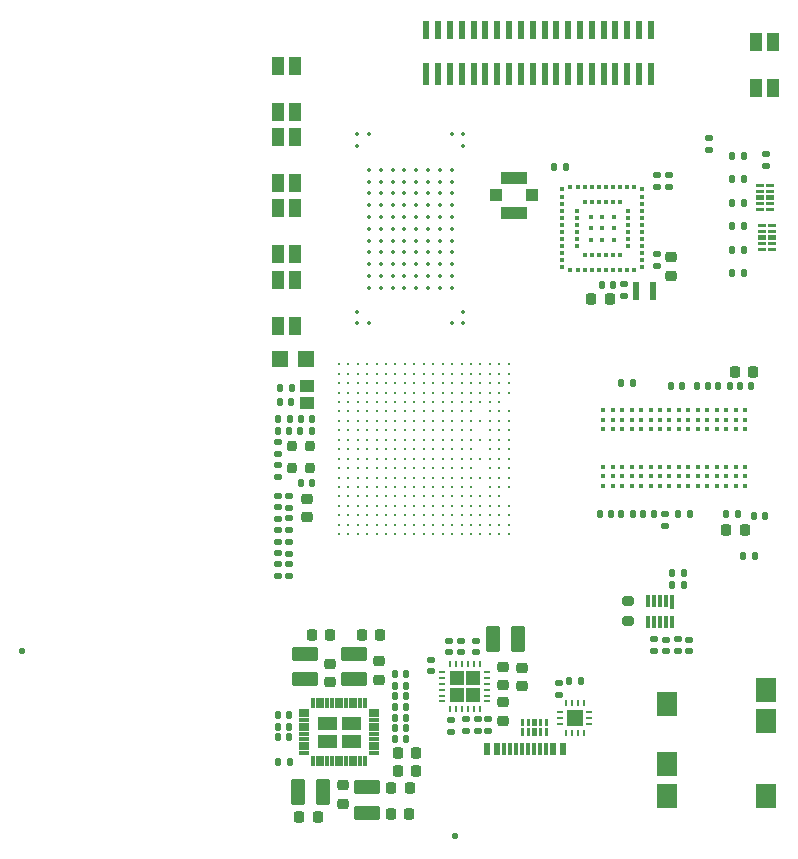
<source format=gbr>
%TF.GenerationSoftware,KiCad,Pcbnew,9.0.1*%
%TF.CreationDate,2025-07-01T18:44:36-06:00*%
%TF.ProjectId,MPU_MOD,4d50555f-4d4f-4442-9e6b-696361645f70,rev?*%
%TF.SameCoordinates,Original*%
%TF.FileFunction,Paste,Top*%
%TF.FilePolarity,Positive*%
%FSLAX46Y46*%
G04 Gerber Fmt 4.6, Leading zero omitted, Abs format (unit mm)*
G04 Created by KiCad (PCBNEW 9.0.1) date 2025-07-01 18:44:36*
%MOMM*%
%LPD*%
G01*
G04 APERTURE LIST*
G04 Aperture macros list*
%AMRoundRect*
0 Rectangle with rounded corners*
0 $1 Rounding radius*
0 $2 $3 $4 $5 $6 $7 $8 $9 X,Y pos of 4 corners*
0 Add a 4 corners polygon primitive as box body*
4,1,4,$2,$3,$4,$5,$6,$7,$8,$9,$2,$3,0*
0 Add four circle primitives for the rounded corners*
1,1,$1+$1,$2,$3*
1,1,$1+$1,$4,$5*
1,1,$1+$1,$6,$7*
1,1,$1+$1,$8,$9*
0 Add four rect primitives between the rounded corners*
20,1,$1+$1,$2,$3,$4,$5,0*
20,1,$1+$1,$4,$5,$6,$7,0*
20,1,$1+$1,$6,$7,$8,$9,0*
20,1,$1+$1,$8,$9,$2,$3,0*%
G04 Aperture macros list end*
%ADD10C,0.010000*%
%ADD11C,0.000000*%
%ADD12RoundRect,0.140000X0.140000X0.170000X-0.140000X0.170000X-0.140000X-0.170000X0.140000X-0.170000X0*%
%ADD13R,1.250000X1.000000*%
%ADD14C,0.320002*%
%ADD15RoundRect,0.140000X0.170000X-0.140000X0.170000X0.140000X-0.170000X0.140000X-0.170000X-0.140000X0*%
%ADD16RoundRect,0.135000X0.135000X0.185000X-0.135000X0.185000X-0.135000X-0.185000X0.135000X-0.185000X0*%
%ADD17R,1.050000X1.650000*%
%ADD18RoundRect,0.225000X0.225000X0.250000X-0.225000X0.250000X-0.225000X-0.250000X0.225000X-0.250000X0*%
%ADD19RoundRect,0.225000X-0.250000X0.225000X-0.250000X-0.225000X0.250000X-0.225000X0.250000X0.225000X0*%
%ADD20R,0.600000X1.100000*%
%ADD21R,0.300000X1.100000*%
%ADD22RoundRect,0.140000X-0.170000X0.140000X-0.170000X-0.140000X0.170000X-0.140000X0.170000X0.140000X0*%
%ADD23RoundRect,0.147500X-0.172500X0.147500X-0.172500X-0.147500X0.172500X-0.147500X0.172500X0.147500X0*%
%ADD24RoundRect,0.135000X-0.135000X-0.185000X0.135000X-0.185000X0.135000X0.185000X-0.135000X0.185000X0*%
%ADD25RoundRect,0.140000X-0.140000X-0.170000X0.140000X-0.170000X0.140000X0.170000X-0.140000X0.170000X0*%
%ADD26RoundRect,0.135000X-0.185000X0.135000X-0.185000X-0.135000X0.185000X-0.135000X0.185000X0.135000X0*%
%ADD27RoundRect,0.125000X-0.125000X-0.125000X0.125000X-0.125000X0.125000X0.125000X-0.125000X0.125000X0*%
%ADD28RoundRect,0.250000X0.850000X-0.375000X0.850000X0.375000X-0.850000X0.375000X-0.850000X-0.375000X0*%
%ADD29R,1.750000X2.000000*%
%ADD30RoundRect,0.028750X0.086250X-0.391250X0.086250X0.391250X-0.086250X0.391250X-0.086250X-0.391250X0*%
%ADD31RoundRect,0.028750X0.391250X-0.086250X0.391250X0.086250X-0.391250X0.086250X-0.391250X-0.086250X0*%
%ADD32R,0.604800X0.178600*%
%ADD33R,0.178600X0.604800*%
%ADD34R,1.447800X1.447800*%
%ADD35RoundRect,0.250000X-0.850000X0.375000X-0.850000X-0.375000X0.850000X-0.375000X0.850000X0.375000X0*%
%ADD36RoundRect,0.225000X-0.225000X-0.250000X0.225000X-0.250000X0.225000X0.250000X-0.225000X0.250000X0*%
%ADD37R,1.000000X1.000000*%
%ADD38R,2.200000X1.050000*%
%ADD39RoundRect,0.225000X0.250000X-0.225000X0.250000X0.225000X-0.250000X0.225000X-0.250000X-0.225000X0*%
%ADD40RoundRect,0.250000X0.375000X0.850000X-0.375000X0.850000X-0.375000X-0.850000X0.375000X-0.850000X0*%
%ADD41R,0.600000X1.850000*%
%ADD42R,0.600000X1.650000*%
%ADD43RoundRect,0.135000X0.185000X-0.135000X0.185000X0.135000X-0.185000X0.135000X-0.185000X-0.135000X0*%
%ADD44R,1.400000X1.400000*%
%ADD45RoundRect,0.125000X-0.125000X0.125000X-0.125000X-0.125000X0.125000X-0.125000X0.125000X0.125000X0*%
%ADD46RoundRect,0.250000X-0.375000X-0.850000X0.375000X-0.850000X0.375000X0.850000X-0.375000X0.850000X0*%
%ADD47RoundRect,0.137500X0.137500X0.662500X-0.137500X0.662500X-0.137500X-0.662500X0.137500X-0.662500X0*%
%ADD48R,0.450000X0.300000*%
%ADD49R,0.300000X0.450000*%
%ADD50RoundRect,0.218750X0.256250X-0.218750X0.256250X0.218750X-0.256250X0.218750X-0.256250X-0.218750X0*%
%ADD51RoundRect,0.200000X-0.200000X-0.250000X0.200000X-0.250000X0.200000X0.250000X-0.200000X0.250000X0*%
%ADD52RoundRect,0.147500X0.172500X-0.147500X0.172500X0.147500X-0.172500X0.147500X-0.172500X-0.147500X0*%
%ADD53C,0.420000*%
%ADD54RoundRect,0.200000X0.275000X-0.200000X0.275000X0.200000X-0.275000X0.200000X-0.275000X-0.200000X0*%
%ADD55RoundRect,0.009100X-0.120900X0.570900X-0.120900X-0.570900X0.120900X-0.570900X0.120900X0.570900X0*%
%ADD56RoundRect,0.009100X-0.120900X0.495900X-0.120900X-0.495900X0.120900X-0.495900X0.120900X0.495900X0*%
%ADD57O,0.599999X0.240000*%
%ADD58O,0.240000X0.599999*%
%ADD59C,0.355600*%
G04 APERTURE END LIST*
D10*
%TO.C,U203*%
X74250000Y-92560000D02*
X72720000Y-92560000D01*
X72720000Y-91530000D01*
X74250000Y-91530000D01*
X74250000Y-92560000D01*
G36*
X74250000Y-92560000D02*
G01*
X72720000Y-92560000D01*
X72720000Y-91530000D01*
X74250000Y-91530000D01*
X74250000Y-92560000D01*
G37*
X74250000Y-94070000D02*
X72720000Y-94070000D01*
X72720000Y-93040000D01*
X74250000Y-93040000D01*
X74250000Y-94070000D01*
G36*
X74250000Y-94070000D02*
G01*
X72720000Y-94070000D01*
X72720000Y-93040000D01*
X74250000Y-93040000D01*
X74250000Y-94070000D01*
G37*
X76260000Y-92560000D02*
X74730000Y-92560000D01*
X74730000Y-91530000D01*
X76260000Y-91530000D01*
X76260000Y-92560000D01*
G36*
X76260000Y-92560000D02*
G01*
X74730000Y-92560000D01*
X74730000Y-91530000D01*
X76260000Y-91530000D01*
X76260000Y-92560000D01*
G37*
X76260000Y-94070000D02*
X74730000Y-94070000D01*
X74730000Y-93040000D01*
X76260000Y-93040000D01*
X76260000Y-94070000D01*
G36*
X76260000Y-94070000D02*
G01*
X74730000Y-94070000D01*
X74730000Y-93040000D01*
X76260000Y-93040000D01*
X76260000Y-94070000D01*
G37*
%TO.C,U502*%
X110380000Y-46618900D02*
X109820000Y-46618900D01*
X109820000Y-46432900D01*
X110380000Y-46432900D01*
X110380000Y-46618900D01*
G36*
X110380000Y-46618900D02*
G01*
X109820000Y-46618900D01*
X109820000Y-46432900D01*
X110380000Y-46432900D01*
X110380000Y-46618900D01*
G37*
X110380000Y-47118900D02*
X109820000Y-47118900D01*
X109820000Y-46932900D01*
X110380000Y-46932900D01*
X110380000Y-47118900D01*
G36*
X110380000Y-47118900D02*
G01*
X109820000Y-47118900D01*
X109820000Y-46932900D01*
X110380000Y-46932900D01*
X110380000Y-47118900D01*
G37*
X110380000Y-47712900D02*
X109820000Y-47712900D01*
X109820000Y-47338900D01*
X110380000Y-47338900D01*
X110380000Y-47712900D01*
G36*
X110380000Y-47712900D02*
G01*
X109820000Y-47712900D01*
X109820000Y-47338900D01*
X110380000Y-47338900D01*
X110380000Y-47712900D01*
G37*
X110380000Y-48118900D02*
X109820000Y-48118900D01*
X109820000Y-47932900D01*
X110380000Y-47932900D01*
X110380000Y-48118900D01*
G36*
X110380000Y-48118900D02*
G01*
X109820000Y-48118900D01*
X109820000Y-47932900D01*
X110380000Y-47932900D01*
X110380000Y-48118900D01*
G37*
X110380000Y-48618900D02*
X109820000Y-48618900D01*
X109820000Y-48432900D01*
X110380000Y-48432900D01*
X110380000Y-48618900D01*
G36*
X110380000Y-48618900D02*
G01*
X109820000Y-48618900D01*
X109820000Y-48432900D01*
X110380000Y-48432900D01*
X110380000Y-48618900D01*
G37*
X111200000Y-46618900D02*
X110640000Y-46618900D01*
X110640000Y-46432900D01*
X111200000Y-46432900D01*
X111200000Y-46618900D01*
G36*
X111200000Y-46618900D02*
G01*
X110640000Y-46618900D01*
X110640000Y-46432900D01*
X111200000Y-46432900D01*
X111200000Y-46618900D01*
G37*
X111200000Y-47118900D02*
X110640000Y-47118900D01*
X110640000Y-46932900D01*
X111200000Y-46932900D01*
X111200000Y-47118900D01*
G36*
X111200000Y-47118900D02*
G01*
X110640000Y-47118900D01*
X110640000Y-46932900D01*
X111200000Y-46932900D01*
X111200000Y-47118900D01*
G37*
X111200000Y-47712900D02*
X110640000Y-47712900D01*
X110640000Y-47338900D01*
X111200000Y-47338900D01*
X111200000Y-47712900D01*
G36*
X111200000Y-47712900D02*
G01*
X110640000Y-47712900D01*
X110640000Y-47338900D01*
X111200000Y-47338900D01*
X111200000Y-47712900D01*
G37*
X111200000Y-48118900D02*
X110640000Y-48118900D01*
X110640000Y-47932900D01*
X111200000Y-47932900D01*
X111200000Y-48118900D01*
G36*
X111200000Y-48118900D02*
G01*
X110640000Y-48118900D01*
X110640000Y-47932900D01*
X111200000Y-47932900D01*
X111200000Y-48118900D01*
G37*
X111200000Y-48618900D02*
X110640000Y-48618900D01*
X110640000Y-48432900D01*
X111200000Y-48432900D01*
X111200000Y-48618900D01*
G36*
X111200000Y-48618900D02*
G01*
X110640000Y-48618900D01*
X110640000Y-48432900D01*
X111200000Y-48432900D01*
X111200000Y-48618900D01*
G37*
%TO.C,U503*%
X110563415Y-50018900D02*
X110003415Y-50018900D01*
X110003415Y-49832900D01*
X110563415Y-49832900D01*
X110563415Y-50018900D01*
G36*
X110563415Y-50018900D02*
G01*
X110003415Y-50018900D01*
X110003415Y-49832900D01*
X110563415Y-49832900D01*
X110563415Y-50018900D01*
G37*
X110563415Y-50518900D02*
X110003415Y-50518900D01*
X110003415Y-50332900D01*
X110563415Y-50332900D01*
X110563415Y-50518900D01*
G36*
X110563415Y-50518900D02*
G01*
X110003415Y-50518900D01*
X110003415Y-50332900D01*
X110563415Y-50332900D01*
X110563415Y-50518900D01*
G37*
X110563415Y-51112900D02*
X110003415Y-51112900D01*
X110003415Y-50738900D01*
X110563415Y-50738900D01*
X110563415Y-51112900D01*
G36*
X110563415Y-51112900D02*
G01*
X110003415Y-51112900D01*
X110003415Y-50738900D01*
X110563415Y-50738900D01*
X110563415Y-51112900D01*
G37*
X110563415Y-51518900D02*
X110003415Y-51518900D01*
X110003415Y-51332900D01*
X110563415Y-51332900D01*
X110563415Y-51518900D01*
G36*
X110563415Y-51518900D02*
G01*
X110003415Y-51518900D01*
X110003415Y-51332900D01*
X110563415Y-51332900D01*
X110563415Y-51518900D01*
G37*
X110563415Y-52018900D02*
X110003415Y-52018900D01*
X110003415Y-51832900D01*
X110563415Y-51832900D01*
X110563415Y-52018900D01*
G36*
X110563415Y-52018900D02*
G01*
X110003415Y-52018900D01*
X110003415Y-51832900D01*
X110563415Y-51832900D01*
X110563415Y-52018900D01*
G37*
X111383415Y-50018900D02*
X110823415Y-50018900D01*
X110823415Y-49832900D01*
X111383415Y-49832900D01*
X111383415Y-50018900D01*
G36*
X111383415Y-50018900D02*
G01*
X110823415Y-50018900D01*
X110823415Y-49832900D01*
X111383415Y-49832900D01*
X111383415Y-50018900D01*
G37*
X111383415Y-50518900D02*
X110823415Y-50518900D01*
X110823415Y-50332900D01*
X111383415Y-50332900D01*
X111383415Y-50518900D01*
G36*
X111383415Y-50518900D02*
G01*
X110823415Y-50518900D01*
X110823415Y-50332900D01*
X111383415Y-50332900D01*
X111383415Y-50518900D01*
G37*
X111383415Y-51112900D02*
X110823415Y-51112900D01*
X110823415Y-50738900D01*
X111383415Y-50738900D01*
X111383415Y-51112900D01*
G36*
X111383415Y-51112900D02*
G01*
X110823415Y-51112900D01*
X110823415Y-50738900D01*
X111383415Y-50738900D01*
X111383415Y-51112900D01*
G37*
X111383415Y-51518900D02*
X110823415Y-51518900D01*
X110823415Y-51332900D01*
X111383415Y-51332900D01*
X111383415Y-51518900D01*
G36*
X111383415Y-51518900D02*
G01*
X110823415Y-51518900D01*
X110823415Y-51332900D01*
X111383415Y-51332900D01*
X111383415Y-51518900D01*
G37*
X111383415Y-52018900D02*
X110823415Y-52018900D01*
X110823415Y-51832900D01*
X111383415Y-51832900D01*
X111383415Y-52018900D01*
G36*
X111383415Y-52018900D02*
G01*
X110823415Y-52018900D01*
X110823415Y-51832900D01*
X111383415Y-51832900D01*
X111383415Y-52018900D01*
G37*
%TO.C,U802*%
X90093000Y-92247500D02*
X89907000Y-92247500D01*
X89907000Y-91687500D01*
X90093000Y-91687500D01*
X90093000Y-92247500D01*
G36*
X90093000Y-92247500D02*
G01*
X89907000Y-92247500D01*
X89907000Y-91687500D01*
X90093000Y-91687500D01*
X90093000Y-92247500D01*
G37*
X90093000Y-93067500D02*
X89907000Y-93067500D01*
X89907000Y-92507500D01*
X90093000Y-92507500D01*
X90093000Y-93067500D01*
G36*
X90093000Y-93067500D02*
G01*
X89907000Y-93067500D01*
X89907000Y-92507500D01*
X90093000Y-92507500D01*
X90093000Y-93067500D01*
G37*
X90593000Y-92247500D02*
X90407000Y-92247500D01*
X90407000Y-91687500D01*
X90593000Y-91687500D01*
X90593000Y-92247500D01*
G36*
X90593000Y-92247500D02*
G01*
X90407000Y-92247500D01*
X90407000Y-91687500D01*
X90593000Y-91687500D01*
X90593000Y-92247500D01*
G37*
X90593000Y-93067500D02*
X90407000Y-93067500D01*
X90407000Y-92507500D01*
X90593000Y-92507500D01*
X90593000Y-93067500D01*
G36*
X90593000Y-93067500D02*
G01*
X90407000Y-93067500D01*
X90407000Y-92507500D01*
X90593000Y-92507500D01*
X90593000Y-93067500D01*
G37*
X91187000Y-92247500D02*
X90813000Y-92247500D01*
X90813000Y-91687500D01*
X91187000Y-91687500D01*
X91187000Y-92247500D01*
G36*
X91187000Y-92247500D02*
G01*
X90813000Y-92247500D01*
X90813000Y-91687500D01*
X91187000Y-91687500D01*
X91187000Y-92247500D01*
G37*
X91187000Y-93067500D02*
X90813000Y-93067500D01*
X90813000Y-92507500D01*
X91187000Y-92507500D01*
X91187000Y-93067500D01*
G36*
X91187000Y-93067500D02*
G01*
X90813000Y-93067500D01*
X90813000Y-92507500D01*
X91187000Y-92507500D01*
X91187000Y-93067500D01*
G37*
X91593000Y-92247500D02*
X91407000Y-92247500D01*
X91407000Y-91687500D01*
X91593000Y-91687500D01*
X91593000Y-92247500D01*
G36*
X91593000Y-92247500D02*
G01*
X91407000Y-92247500D01*
X91407000Y-91687500D01*
X91593000Y-91687500D01*
X91593000Y-92247500D01*
G37*
X91593000Y-93067500D02*
X91407000Y-93067500D01*
X91407000Y-92507500D01*
X91593000Y-92507500D01*
X91593000Y-93067500D01*
G36*
X91593000Y-93067500D02*
G01*
X91407000Y-93067500D01*
X91407000Y-92507500D01*
X91593000Y-92507500D01*
X91593000Y-93067500D01*
G37*
X92093000Y-92247500D02*
X91907000Y-92247500D01*
X91907000Y-91687500D01*
X92093000Y-91687500D01*
X92093000Y-92247500D01*
G36*
X92093000Y-92247500D02*
G01*
X91907000Y-92247500D01*
X91907000Y-91687500D01*
X92093000Y-91687500D01*
X92093000Y-92247500D01*
G37*
X92093000Y-93067500D02*
X91907000Y-93067500D01*
X91907000Y-92507500D01*
X92093000Y-92507500D01*
X92093000Y-93067500D01*
G36*
X92093000Y-93067500D02*
G01*
X91907000Y-93067500D01*
X91907000Y-92507500D01*
X92093000Y-92507500D01*
X92093000Y-93067500D01*
G37*
D11*
%TO.C,U3*%
G36*
X85045903Y-88880700D02*
G01*
X83857902Y-88880700D01*
X83857902Y-87692699D01*
X85045903Y-87692699D01*
X85045903Y-88880700D01*
G37*
G36*
X85045903Y-90268698D02*
G01*
X83857902Y-90268698D01*
X83857902Y-89080697D01*
X85045903Y-89080697D01*
X85045903Y-90268698D01*
G37*
G36*
X86433901Y-88880700D02*
G01*
X85245900Y-88880700D01*
X85245900Y-87692699D01*
X86433901Y-87692699D01*
X86433901Y-88880700D01*
G37*
G36*
X86433901Y-90268698D02*
G01*
X85245900Y-90268698D01*
X85245900Y-89080697D01*
X86433901Y-89080697D01*
X86433901Y-90268698D01*
G37*
%TD*%
D12*
%TO.C,C216*%
X80205000Y-88900000D03*
X79245000Y-88900000D03*
%TD*%
D13*
%TO.C,Y601*%
X71800000Y-63500000D03*
X71800000Y-65000000D03*
%TD*%
D14*
%TO.C,U301*%
X74473415Y-61677400D03*
X75273415Y-61677400D03*
X76073415Y-61677400D03*
X76873415Y-61677400D03*
X77673415Y-61677400D03*
X78473415Y-61677400D03*
X79273415Y-61677400D03*
X80073415Y-61677400D03*
X80873415Y-61677400D03*
X81673415Y-61677400D03*
X82473415Y-61677400D03*
X83273415Y-61677400D03*
X84073415Y-61677400D03*
X84873415Y-61677400D03*
X85673415Y-61677400D03*
X86473415Y-61677400D03*
X87273415Y-61677400D03*
X88073415Y-61677400D03*
X88873415Y-61677400D03*
X74473415Y-62477400D03*
X75273415Y-62477400D03*
X76073415Y-62477400D03*
X76873415Y-62477400D03*
X77673415Y-62477400D03*
X78473415Y-62477400D03*
X79273415Y-62477400D03*
X80073415Y-62477400D03*
X80873415Y-62477400D03*
X81673415Y-62477400D03*
X82473415Y-62477400D03*
X83273415Y-62477400D03*
X84073415Y-62477400D03*
X84873415Y-62477400D03*
X85673415Y-62477400D03*
X86473415Y-62477400D03*
X87273415Y-62477400D03*
X88073415Y-62477400D03*
X88873415Y-62477400D03*
X74473415Y-63277400D03*
X75273415Y-63277400D03*
X76073415Y-63277400D03*
X76873415Y-63277400D03*
X77673415Y-63277400D03*
X78473415Y-63277400D03*
X79273415Y-63277400D03*
X80073415Y-63277400D03*
X80873415Y-63277400D03*
X81673415Y-63277400D03*
X82473415Y-63277400D03*
X83273415Y-63277400D03*
X84073415Y-63277400D03*
X84873415Y-63277400D03*
X85673415Y-63277400D03*
X86473415Y-63277400D03*
X87273415Y-63277400D03*
X88073415Y-63277400D03*
X88873415Y-63277400D03*
X74473415Y-64077400D03*
X75273415Y-64077400D03*
X76073415Y-64077400D03*
X76873415Y-64077400D03*
X77673415Y-64077400D03*
X78473415Y-64077400D03*
X79273415Y-64077400D03*
X80073415Y-64077400D03*
X80873415Y-64077400D03*
X81673415Y-64077400D03*
X82473415Y-64077400D03*
X83273415Y-64077400D03*
X84073415Y-64077400D03*
X84873415Y-64077400D03*
X85673415Y-64077400D03*
X86473415Y-64077400D03*
X87273415Y-64077400D03*
X88073415Y-64077400D03*
X88873415Y-64077400D03*
X74473415Y-64877400D03*
X75273415Y-64877400D03*
X76073415Y-64877400D03*
X76873415Y-64877400D03*
X77673415Y-64877400D03*
X78473415Y-64877400D03*
X79273415Y-64877400D03*
X80073415Y-64877400D03*
X80873415Y-64877400D03*
X81673415Y-64877400D03*
X82473415Y-64877400D03*
X83273415Y-64877400D03*
X84073415Y-64877400D03*
X84873415Y-64877400D03*
X85673415Y-64877400D03*
X86473415Y-64877400D03*
X87273415Y-64877400D03*
X88073415Y-64877400D03*
X74473415Y-65677400D03*
X75273415Y-65677400D03*
X76073415Y-65677400D03*
X76873415Y-65677400D03*
X77673415Y-65677400D03*
X78473415Y-65677400D03*
X79273415Y-65677400D03*
X80073415Y-65677400D03*
X80873415Y-65677400D03*
X81673415Y-65677400D03*
X82473415Y-65677400D03*
X83273415Y-65677400D03*
X84073415Y-65677400D03*
X84873415Y-65677400D03*
X85673415Y-65677400D03*
X87273415Y-65677400D03*
X88073415Y-65677400D03*
X88873415Y-65677400D03*
X74473415Y-66477400D03*
X75273415Y-66477400D03*
X76073415Y-66477400D03*
X76873415Y-66477400D03*
X77673415Y-66477400D03*
X78473415Y-66477400D03*
X79273415Y-66477400D03*
X80073415Y-66477400D03*
X80873415Y-66477400D03*
X81673415Y-66477400D03*
X82473415Y-66477400D03*
X83273415Y-66477400D03*
X84073415Y-66477400D03*
X84873415Y-66477400D03*
X85673415Y-66477400D03*
X86473415Y-66477400D03*
X87273415Y-66477400D03*
X88073415Y-66477400D03*
X88873415Y-66477400D03*
X74473415Y-67277400D03*
X75273415Y-67277400D03*
X76073415Y-67277400D03*
X76873415Y-67277400D03*
X77673415Y-67277400D03*
X78473415Y-67277400D03*
X79273415Y-67277400D03*
X80073415Y-67277400D03*
X80873415Y-67277400D03*
X81673415Y-67277400D03*
X82473415Y-67277400D03*
X83273415Y-67277400D03*
X84073415Y-67277400D03*
X84873415Y-67277400D03*
X85673415Y-67277400D03*
X87273415Y-67277400D03*
X88073415Y-67277400D03*
X88873415Y-67277400D03*
X74473415Y-68077400D03*
X75273415Y-68077400D03*
X76073415Y-68077400D03*
X76873415Y-68077400D03*
X77673415Y-68077400D03*
X78473415Y-68077400D03*
X79273415Y-68077400D03*
X80073415Y-68077400D03*
X80873415Y-68077400D03*
X81673415Y-68077400D03*
X82473415Y-68077400D03*
X83273415Y-68077400D03*
X84073415Y-68077400D03*
X84873415Y-68077400D03*
X85673415Y-68077400D03*
X86473415Y-68077400D03*
X87273415Y-68077400D03*
X88073415Y-68077400D03*
X88873415Y-68077400D03*
X74473415Y-68877400D03*
X75273415Y-68877400D03*
X76073415Y-68877400D03*
X76873415Y-68877400D03*
X77673415Y-68877400D03*
X78473415Y-68877400D03*
X79273415Y-68877400D03*
X80073415Y-68877400D03*
X80873415Y-68877400D03*
X81673415Y-68877400D03*
X82473415Y-68877400D03*
X83273415Y-68877400D03*
X84073415Y-68877400D03*
X84873415Y-68877400D03*
X85673415Y-68877400D03*
X87273415Y-68877400D03*
X88073415Y-68877400D03*
X88873415Y-68877400D03*
X74473415Y-69677400D03*
X75273415Y-69677400D03*
X76073415Y-69677400D03*
X76873415Y-69677400D03*
X77673415Y-69677400D03*
X78473415Y-69677400D03*
X79273415Y-69677400D03*
X80073415Y-69677400D03*
X80873415Y-69677400D03*
X81673415Y-69677400D03*
X82473415Y-69677400D03*
X83273415Y-69677400D03*
X84073415Y-69677400D03*
X84873415Y-69677400D03*
X85673415Y-69677400D03*
X86473415Y-69677400D03*
X87273415Y-69677400D03*
X88073415Y-69677400D03*
X88873415Y-69677400D03*
X74473415Y-70477400D03*
X75273415Y-70477400D03*
X76073415Y-70477400D03*
X76873415Y-70477400D03*
X77673415Y-70477400D03*
X78473415Y-70477400D03*
X79273415Y-70477400D03*
X80073415Y-70477400D03*
X80873415Y-70477400D03*
X81673415Y-70477400D03*
X82473415Y-70477400D03*
X83273415Y-70477400D03*
X84073415Y-70477400D03*
X84873415Y-70477400D03*
X85673415Y-70477400D03*
X87273415Y-70477400D03*
X88073415Y-70477400D03*
X88873415Y-70477400D03*
X74473415Y-71277400D03*
X75273415Y-71277400D03*
X76073415Y-71277400D03*
X76873415Y-71277400D03*
X77673415Y-71277400D03*
X78473415Y-71277400D03*
X79273415Y-71277400D03*
X80073415Y-71277400D03*
X80873415Y-71277400D03*
X81673415Y-71277400D03*
X82473415Y-71277400D03*
X83273415Y-71277400D03*
X84073415Y-71277400D03*
X84873415Y-71277400D03*
X85673415Y-71277400D03*
X86473415Y-71277400D03*
X87273415Y-71277400D03*
X88073415Y-71277400D03*
X88873415Y-71277400D03*
X74473415Y-72077400D03*
X75273415Y-72077400D03*
X76073415Y-72077400D03*
X76873415Y-72077400D03*
X77673415Y-72077400D03*
X78473415Y-72077400D03*
X79273415Y-72077400D03*
X80073415Y-72077400D03*
X80873415Y-72077400D03*
X81673415Y-72077400D03*
X82473415Y-72077400D03*
X83273415Y-72077400D03*
X84073415Y-72077400D03*
X84873415Y-72077400D03*
X85673415Y-72077400D03*
X87273415Y-72077400D03*
X88073415Y-72077400D03*
X88873415Y-72077400D03*
X74473415Y-72877400D03*
X75273415Y-72877400D03*
X76073415Y-72877400D03*
X76873415Y-72877400D03*
X77673415Y-72877400D03*
X78473415Y-72877400D03*
X79273415Y-72877400D03*
X80073415Y-72877400D03*
X80873415Y-72877400D03*
X81673415Y-72877400D03*
X82473415Y-72877400D03*
X83273415Y-72877400D03*
X84073415Y-72877400D03*
X84873415Y-72877400D03*
X85673415Y-72877400D03*
X86473415Y-72877400D03*
X87273415Y-72877400D03*
X88073415Y-72877400D03*
X74473415Y-73677400D03*
X75273415Y-73677400D03*
X76073415Y-73677400D03*
X76873415Y-73677400D03*
X77673415Y-73677400D03*
X78473415Y-73677400D03*
X79273415Y-73677400D03*
X80073415Y-73677400D03*
X80873415Y-73677400D03*
X81673415Y-73677400D03*
X82473415Y-73677400D03*
X83273415Y-73677400D03*
X84073415Y-73677400D03*
X84873415Y-73677400D03*
X85673415Y-73677400D03*
X86473415Y-73677400D03*
X87273415Y-73677400D03*
X88073415Y-73677400D03*
X88873415Y-73677400D03*
X74473415Y-74477400D03*
X75273415Y-74477400D03*
X76073415Y-74477400D03*
X76873415Y-74477400D03*
X77673415Y-74477400D03*
X78473415Y-74477400D03*
X79273415Y-74477400D03*
X80073415Y-74477400D03*
X80873415Y-74477400D03*
X81673415Y-74477400D03*
X82473415Y-74477400D03*
X83273415Y-74477400D03*
X84073415Y-74477400D03*
X84873415Y-74477400D03*
X85673415Y-74477400D03*
X86473415Y-74477400D03*
X87273415Y-74477400D03*
X88073415Y-74477400D03*
X88873415Y-74477400D03*
X74473415Y-75277400D03*
X75273415Y-75277400D03*
X76073415Y-75277400D03*
X76873415Y-75277400D03*
X77673415Y-75277400D03*
X78473415Y-75277400D03*
X79273415Y-75277400D03*
X80073415Y-75277400D03*
X80873415Y-75277400D03*
X81673415Y-75277400D03*
X82473415Y-75277400D03*
X83273415Y-75277400D03*
X84073415Y-75277400D03*
X84873415Y-75277400D03*
X85673415Y-75277400D03*
X86473415Y-75277400D03*
X87273415Y-75277400D03*
X88073415Y-75277400D03*
X88873415Y-75277400D03*
X74473415Y-76077400D03*
X75273415Y-76077400D03*
X76073415Y-76077400D03*
X76873415Y-76077400D03*
X77673415Y-76077400D03*
X78473415Y-76077400D03*
X79273415Y-76077400D03*
X80073415Y-76077400D03*
X80873415Y-76077400D03*
X81673415Y-76077400D03*
X82473415Y-76077400D03*
X83273415Y-76077400D03*
X84073415Y-76077400D03*
X84873415Y-76077400D03*
X85673415Y-76077400D03*
X86473415Y-76077400D03*
X87273415Y-76077400D03*
X88073415Y-76077400D03*
X88873415Y-76077400D03*
%TD*%
D15*
%TO.C,C901*%
X98617500Y-55885000D03*
X98617500Y-54925000D03*
%TD*%
D16*
%TO.C,R215*%
X70310000Y-95325000D03*
X69290000Y-95325000D03*
%TD*%
D17*
%TO.C,S601*%
X70750000Y-54562500D03*
X70750000Y-58412500D03*
X69300000Y-54562500D03*
X69300000Y-58412500D03*
%TD*%
D18*
%TO.C,C228*%
X80450000Y-99750000D03*
X78900000Y-99750000D03*
%TD*%
%TO.C,C227*%
X72700000Y-100000000D03*
X71150000Y-100000000D03*
%TD*%
D19*
%TO.C,C213*%
X73700000Y-87025000D03*
X73700000Y-88575000D03*
%TD*%
D20*
%TO.C,J3*%
X87050000Y-94250000D03*
X87850000Y-94250000D03*
D21*
X89000000Y-94250000D03*
X90000000Y-94250000D03*
X90500000Y-94250000D03*
X91500000Y-94250000D03*
D20*
X93450000Y-94250000D03*
X92650000Y-94250000D03*
D21*
X92000000Y-94250000D03*
X91000000Y-94250000D03*
X89500000Y-94250000D03*
X88500000Y-94250000D03*
%TD*%
D22*
%TO.C,C235*%
X84795900Y-85080700D03*
X84795900Y-86040700D03*
%TD*%
D23*
%TO.C,D1*%
X69300000Y-76700000D03*
X69300000Y-77670000D03*
%TD*%
D19*
%TO.C,C233*%
X90030900Y-87373200D03*
X90030900Y-88923200D03*
%TD*%
D18*
%TO.C,C215*%
X81025000Y-96100000D03*
X79475000Y-96100000D03*
%TD*%
D12*
%TO.C,C430*%
X108253415Y-74377400D03*
X107293415Y-74377400D03*
%TD*%
D24*
%TO.C,R711*%
X69300000Y-66300000D03*
X70320000Y-66300000D03*
%TD*%
D25*
%TO.C,C226*%
X69310000Y-93272500D03*
X70270000Y-93272500D03*
%TD*%
D12*
%TO.C,C219*%
X80205000Y-93400000D03*
X79245000Y-93400000D03*
%TD*%
D25*
%TO.C,C703*%
X69340000Y-67300000D03*
X70300000Y-67300000D03*
%TD*%
%TO.C,C704*%
X71240000Y-66300000D03*
X72200000Y-66300000D03*
%TD*%
D26*
%TO.C,R402*%
X102073415Y-74367400D03*
X102073415Y-75387400D03*
%TD*%
D25*
%TO.C,C423*%
X108440000Y-63550000D03*
X109400000Y-63550000D03*
%TD*%
D12*
%TO.C,C224*%
X80205000Y-90700000D03*
X79245000Y-90700000D03*
%TD*%
D27*
%TO.C,TP802*%
X84300000Y-101587500D03*
%TD*%
D25*
%TO.C,C424*%
X98393415Y-74377400D03*
X99353415Y-74377400D03*
%TD*%
D24*
%TO.C,R518*%
X107800000Y-51970000D03*
X108820000Y-51970000D03*
%TD*%
D22*
%TO.C,C204*%
X104160000Y-84990000D03*
X104160000Y-85950000D03*
%TD*%
D26*
%TO.C,R219*%
X83945900Y-91760700D03*
X83945900Y-92780700D03*
%TD*%
D17*
%TO.C,S605*%
X70750000Y-36462500D03*
X70750000Y-40312500D03*
X69300000Y-36462500D03*
X69300000Y-40312500D03*
%TD*%
D23*
%TO.C,D602*%
X69300000Y-74760000D03*
X69300000Y-75730000D03*
%TD*%
D28*
%TO.C,L204*%
X71625000Y-88350000D03*
X71625000Y-86200000D03*
%TD*%
D25*
%TO.C,C421*%
X106620000Y-63550000D03*
X107580000Y-63550000D03*
%TD*%
D29*
%TO.C,J1*%
X102300000Y-98250000D03*
X110650000Y-91900000D03*
X102300000Y-95500000D03*
X110650000Y-98250000D03*
X110650000Y-89300000D03*
X102300000Y-90450000D03*
%TD*%
D15*
%TO.C,C904*%
X101417500Y-53345000D03*
X101417500Y-52385000D03*
%TD*%
D12*
%TO.C,C515*%
X94960000Y-88500000D03*
X94000000Y-88500000D03*
%TD*%
D17*
%TO.C,S603*%
X70750000Y-48462500D03*
X70750000Y-52312500D03*
X69300000Y-48462500D03*
X69300000Y-52312500D03*
%TD*%
D25*
%TO.C,C601*%
X69500000Y-64900000D03*
X70460000Y-64900000D03*
%TD*%
D22*
%TO.C,C238*%
X83825900Y-85080700D03*
X83825900Y-86040700D03*
%TD*%
D30*
%TO.C,U203*%
X72290000Y-95235000D03*
X72690000Y-95235000D03*
X73090000Y-95235000D03*
X73490000Y-95235000D03*
X73890000Y-95235000D03*
X74290000Y-95235000D03*
X74690000Y-95235000D03*
X75090000Y-95235000D03*
X75490000Y-95235000D03*
X75890000Y-95235000D03*
X76290000Y-95235000D03*
X76690000Y-95235000D03*
D31*
X77425000Y-94600000D03*
X77425000Y-94200000D03*
X77425000Y-93800000D03*
X77425000Y-93400000D03*
X77425000Y-93000000D03*
X77425000Y-92600000D03*
X77425000Y-92200000D03*
X77425000Y-91800000D03*
X77425000Y-91400000D03*
X77425000Y-91000000D03*
D30*
X76690000Y-90365000D03*
X76290000Y-90365000D03*
X75890000Y-90365000D03*
X75490000Y-90365000D03*
X75090000Y-90365000D03*
X74690000Y-90365000D03*
X74290000Y-90365000D03*
X73890000Y-90365000D03*
X73490000Y-90365000D03*
X73090000Y-90365000D03*
X72690000Y-90365000D03*
X72290000Y-90365000D03*
D31*
X71555000Y-91000000D03*
X71555000Y-91400000D03*
X71555000Y-91800000D03*
X71555000Y-92200000D03*
X71555000Y-92600000D03*
X71555000Y-93000000D03*
X71555000Y-93400000D03*
X71555000Y-93800000D03*
X71555000Y-94200000D03*
X71555000Y-94600000D03*
%TD*%
D15*
%TO.C,C508*%
X105790000Y-43510000D03*
X105790000Y-42550000D03*
%TD*%
D25*
%TO.C,C218*%
X69310000Y-91372500D03*
X70270000Y-91372500D03*
%TD*%
D15*
%TO.C,C232*%
X86085900Y-86040700D03*
X86085900Y-85080700D03*
%TD*%
D32*
%TO.C,U801*%
X95704200Y-92153300D03*
X95704200Y-91645300D03*
X95704200Y-91137300D03*
D33*
X95224000Y-90403100D03*
X94716000Y-90403100D03*
X94208000Y-90403100D03*
X93700000Y-90403100D03*
D32*
X93219800Y-91137300D03*
X93219800Y-91645300D03*
X93219800Y-92153300D03*
D33*
X93700000Y-92887500D03*
X94208000Y-92887500D03*
X94716000Y-92887500D03*
X95224000Y-92887500D03*
D34*
X94462000Y-91645300D03*
%TD*%
D35*
%TO.C,L203*%
X76850000Y-97500000D03*
X76850000Y-99650000D03*
%TD*%
D36*
%TO.C,C903*%
X95867500Y-56185000D03*
X97417500Y-56185000D03*
%TD*%
D25*
%TO.C,C402*%
X100193415Y-74377400D03*
X101153415Y-74377400D03*
%TD*%
D12*
%TO.C,C602*%
X70500000Y-63700000D03*
X69540000Y-63700000D03*
%TD*%
D37*
%TO.C,J901*%
X90817500Y-47385000D03*
D38*
X89317500Y-48860000D03*
D37*
X87817500Y-47385000D03*
D38*
X89317500Y-45910000D03*
%TD*%
D12*
%TO.C,C225*%
X80205000Y-89800000D03*
X79245000Y-89800000D03*
%TD*%
D25*
%TO.C,C905*%
X96757500Y-54985000D03*
X97717500Y-54985000D03*
%TD*%
%TO.C,C403*%
X102567172Y-63530000D03*
X103527172Y-63530000D03*
%TD*%
D12*
%TO.C,C419*%
X110570000Y-74550000D03*
X109610000Y-74550000D03*
%TD*%
D39*
%TO.C,C236*%
X88355900Y-91845700D03*
X88355900Y-90295700D03*
%TD*%
D40*
%TO.C,L202*%
X73175000Y-97900000D03*
X71025000Y-97900000D03*
%TD*%
D41*
%TO.C,J2*%
X100899999Y-37100000D03*
X99900001Y-37100000D03*
X98900001Y-37100000D03*
X97900000Y-37100000D03*
X96900000Y-37100000D03*
X95900002Y-37100000D03*
X94900001Y-37100000D03*
X93900001Y-37100000D03*
X92900000Y-37100000D03*
X91900000Y-37100000D03*
X90900002Y-37100000D03*
X89900001Y-37100000D03*
X88900000Y-37100000D03*
X87900000Y-37100000D03*
X86899999Y-37100000D03*
X85900001Y-37100000D03*
X84900001Y-37100000D03*
X83900000Y-37100000D03*
X82900000Y-37100000D03*
X81899999Y-37100000D03*
D42*
X100899999Y-33350000D03*
X99900001Y-33350000D03*
X98900001Y-33350000D03*
X97900000Y-33350000D03*
X96900000Y-33350000D03*
X95900002Y-33350000D03*
X94900001Y-33350000D03*
X93900001Y-33350000D03*
X92900000Y-33350000D03*
X91900000Y-33350000D03*
X90900002Y-33350000D03*
X89900001Y-33350000D03*
X88900000Y-33350000D03*
X87900000Y-33350000D03*
X86899999Y-33350000D03*
X85900001Y-33350000D03*
X84900001Y-33350000D03*
X83900000Y-33350000D03*
X82900000Y-33350000D03*
X81899999Y-33350000D03*
%TD*%
D43*
%TO.C,R901*%
X102417500Y-46685000D03*
X102417500Y-45665000D03*
%TD*%
D24*
%TO.C,R517*%
X107800000Y-49980000D03*
X108820000Y-49980000D03*
%TD*%
D44*
%TO.C,C332*%
X69487500Y-61200000D03*
X71687500Y-61200000D03*
%TD*%
D45*
%TO.C,TP203*%
X47655000Y-85978207D03*
%TD*%
D46*
%TO.C,L206*%
X87510900Y-84960700D03*
X89660900Y-84960700D03*
%TD*%
D26*
%TO.C,R209*%
X101160000Y-84962500D03*
X101160000Y-85982500D03*
%TD*%
%TO.C,R713*%
X69300000Y-70200000D03*
X69300000Y-71220000D03*
%TD*%
D22*
%TO.C,C237*%
X82255900Y-86713200D03*
X82255900Y-87673200D03*
%TD*%
D12*
%TO.C,C428*%
X105760000Y-63550000D03*
X104800000Y-63550000D03*
%TD*%
D36*
%TO.C,C422*%
X107995000Y-62300000D03*
X109545000Y-62300000D03*
%TD*%
D26*
%TO.C,R210*%
X103160000Y-84960000D03*
X103160000Y-85980000D03*
%TD*%
D18*
%TO.C,C212*%
X80475000Y-97600000D03*
X78925000Y-97600000D03*
%TD*%
D39*
%TO.C,C211*%
X74800000Y-98875000D03*
X74800000Y-97325000D03*
%TD*%
D12*
%TO.C,C217*%
X80205000Y-91600000D03*
X79245000Y-91600000D03*
%TD*%
D18*
%TO.C,C230*%
X77975000Y-84600000D03*
X76425000Y-84600000D03*
%TD*%
D24*
%TO.C,R903*%
X92717500Y-44985000D03*
X93737500Y-44985000D03*
%TD*%
D19*
%TO.C,C214*%
X77900000Y-86825000D03*
X77900000Y-88375000D03*
%TD*%
D39*
%TO.C,C902*%
X102617500Y-54185000D03*
X102617500Y-52635000D03*
%TD*%
D17*
%TO.C,S602*%
X109825000Y-38255000D03*
X109825000Y-34405000D03*
X111275000Y-38255000D03*
X111275000Y-34405000D03*
%TD*%
D22*
%TO.C,C802*%
X93100000Y-88700000D03*
X93100000Y-89660000D03*
%TD*%
D12*
%TO.C,C420*%
X104180000Y-74378400D03*
X103220000Y-74378400D03*
%TD*%
D24*
%TO.C,R515*%
X107800000Y-46000000D03*
X108820000Y-46000000D03*
%TD*%
D18*
%TO.C,C425*%
X108848415Y-75677400D03*
X107298415Y-75677400D03*
%TD*%
D24*
%TO.C,R519*%
X107800000Y-53960000D03*
X108820000Y-53960000D03*
%TD*%
D47*
%TO.C,L901*%
X101117500Y-55485000D03*
X99667500Y-55485000D03*
%TD*%
D12*
%TO.C,C220*%
X80205000Y-87925000D03*
X79245000Y-87925000D03*
%TD*%
D24*
%TO.C,R516*%
X107800000Y-47990000D03*
X108820000Y-47990000D03*
%TD*%
D48*
%TO.C,U901*%
X100167500Y-53485000D03*
X100167500Y-52885000D03*
X100167500Y-52285000D03*
X100167500Y-51685000D03*
X100167500Y-51085000D03*
X100167500Y-50485000D03*
X100167500Y-49885000D03*
X100167500Y-49285000D03*
X100167500Y-48685000D03*
X100167500Y-48085000D03*
X100167500Y-47485000D03*
X100167500Y-46885000D03*
D49*
X99492500Y-46710000D03*
X98892500Y-46710000D03*
X98292500Y-46710000D03*
X97692500Y-46710000D03*
X97092500Y-46710000D03*
X96492500Y-46710000D03*
X95892500Y-46710000D03*
X95292500Y-46710000D03*
X94692500Y-46710000D03*
X94092500Y-46710000D03*
D48*
X93417500Y-46885000D03*
X93417500Y-47485000D03*
X93417500Y-48085000D03*
X93417500Y-48685000D03*
X93417500Y-49285000D03*
X93417500Y-49885000D03*
X93417500Y-50485000D03*
X93417500Y-51085000D03*
X93417500Y-51685000D03*
X93417500Y-52285000D03*
X93417500Y-52885000D03*
X93417500Y-53485000D03*
D49*
X94092500Y-53660000D03*
X94692500Y-53660000D03*
X95292500Y-53660000D03*
X95892500Y-53660000D03*
X96492500Y-53660000D03*
X97092500Y-53660000D03*
X97692500Y-53660000D03*
X98292500Y-53660000D03*
X98892500Y-53660000D03*
X99492500Y-53660000D03*
D48*
X98967500Y-51685000D03*
X98967500Y-51085000D03*
X98967500Y-50485000D03*
X98967500Y-49885000D03*
X98967500Y-49285000D03*
X98967500Y-48685000D03*
D49*
X98292500Y-47910000D03*
X97692500Y-47910000D03*
X97092500Y-47910000D03*
X96492500Y-47910000D03*
X95892500Y-47910000D03*
X95292500Y-47910000D03*
D48*
X94617500Y-48685000D03*
X94617500Y-49285000D03*
X94617500Y-49885000D03*
X94617500Y-50485000D03*
X94617500Y-51085000D03*
X94617500Y-51685000D03*
D49*
X95292500Y-52460000D03*
X95892500Y-52460000D03*
X96492500Y-52460000D03*
X97092500Y-52460000D03*
X97692500Y-52460000D03*
X98292500Y-52460000D03*
D48*
X97792500Y-51185000D03*
X97792500Y-50185000D03*
X97792500Y-49185000D03*
X96792500Y-49185000D03*
X95792500Y-49185000D03*
X95792500Y-50185000D03*
X95792500Y-51185000D03*
X96792500Y-51185000D03*
X96792500Y-50185000D03*
%TD*%
D43*
%TO.C,R513*%
X110683415Y-44935900D03*
X110683415Y-43915900D03*
%TD*%
D36*
%TO.C,C222*%
X79475000Y-94600000D03*
X81025000Y-94600000D03*
%TD*%
D43*
%TO.C,R602*%
X70300000Y-75750000D03*
X70300000Y-74730000D03*
%TD*%
D28*
%TO.C,L205*%
X75800000Y-88350000D03*
X75800000Y-86200000D03*
%TD*%
D24*
%TO.C,R202*%
X102660000Y-80370000D03*
X103680000Y-80370000D03*
%TD*%
D19*
%TO.C,C234*%
X88355900Y-87285700D03*
X88355900Y-88835700D03*
%TD*%
D15*
%TO.C,C205*%
X102160000Y-85950000D03*
X102160000Y-84990000D03*
%TD*%
D18*
%TO.C,C229*%
X73775000Y-84600000D03*
X72225000Y-84600000D03*
%TD*%
D50*
%TO.C,L301*%
X71750000Y-74650000D03*
X71750000Y-73074998D03*
%TD*%
D51*
%TO.C,Y701*%
X70550000Y-68600000D03*
X70550000Y-70450000D03*
X72000000Y-70450000D03*
X72000000Y-68600000D03*
%TD*%
D24*
%TO.C,R514*%
X107800000Y-44010000D03*
X108820000Y-44010000D03*
%TD*%
D43*
%TO.C,R218*%
X85245900Y-92760700D03*
X85245900Y-91740700D03*
%TD*%
D25*
%TO.C,C705*%
X71240000Y-71700000D03*
X72200000Y-71700000D03*
%TD*%
D52*
%TO.C,D2*%
X69300000Y-79570000D03*
X69300000Y-78600000D03*
%TD*%
D53*
%TO.C,U401*%
X108873415Y-65577400D03*
X108873415Y-66377400D03*
X108873415Y-67177400D03*
X108873415Y-70377400D03*
X108873415Y-71177400D03*
X108873415Y-71977400D03*
X108073415Y-65577400D03*
X108073415Y-66377400D03*
X108073415Y-67177400D03*
X108073415Y-70377400D03*
X108073415Y-71177400D03*
X108073415Y-71977400D03*
X107273415Y-65577400D03*
X107273415Y-66377400D03*
X107273415Y-67177400D03*
X107273415Y-70377400D03*
X107273415Y-71177400D03*
X107273415Y-71977400D03*
X106473415Y-65577400D03*
X106473415Y-66377400D03*
X106473415Y-67177400D03*
X106473415Y-70377400D03*
X106473415Y-71177400D03*
X106473415Y-71977400D03*
X105673415Y-65577400D03*
X105673415Y-66377400D03*
X105673415Y-67177400D03*
X105673415Y-70377400D03*
X105673415Y-71177400D03*
X105673415Y-71977400D03*
X104873415Y-65577400D03*
X104873415Y-66377400D03*
X104873415Y-67177400D03*
X104873415Y-70377400D03*
X104873415Y-71177400D03*
X104873415Y-71977400D03*
X104073415Y-65577400D03*
X104073415Y-66377400D03*
X104073415Y-67177400D03*
X104073415Y-70377400D03*
X104073415Y-71177400D03*
X104073415Y-71977400D03*
X103273415Y-65577400D03*
X103273415Y-66377400D03*
X103273415Y-67177400D03*
X103273415Y-70377400D03*
X103273415Y-71177400D03*
X103273415Y-71977400D03*
X102473415Y-65577400D03*
X102473415Y-66377400D03*
X102473415Y-67177400D03*
X102473415Y-70377400D03*
X102473415Y-71177400D03*
X102473415Y-71977400D03*
X101673415Y-65577400D03*
X101673415Y-66377400D03*
X101673415Y-67177400D03*
X101673415Y-70377400D03*
X101673415Y-71177400D03*
X101673415Y-71977400D03*
X100873415Y-65577400D03*
X100873415Y-66377400D03*
X100873415Y-67177400D03*
X100873415Y-70377400D03*
X100873415Y-71177400D03*
X100873415Y-71977400D03*
X100073415Y-65577400D03*
X100073415Y-66377400D03*
X100073415Y-67177400D03*
X100073415Y-70377400D03*
X100073415Y-71177400D03*
X100073415Y-71977400D03*
X99273415Y-65577400D03*
X99273415Y-66377400D03*
X99273415Y-67177400D03*
X99273415Y-70377400D03*
X99273415Y-71177400D03*
X99273415Y-71977400D03*
X98473415Y-65577400D03*
X98473415Y-66377400D03*
X98473415Y-67177400D03*
X98473415Y-70377400D03*
X98473415Y-71177400D03*
X98473415Y-71977400D03*
X97673415Y-65577400D03*
X97673415Y-66377400D03*
X97673415Y-67177400D03*
X97673415Y-70377400D03*
X97673415Y-71177400D03*
X97673415Y-71977400D03*
X96873415Y-65577400D03*
X96873415Y-66377400D03*
X96873415Y-67177400D03*
X96873415Y-70377400D03*
X96873415Y-71177400D03*
X96873415Y-71977400D03*
%TD*%
D23*
%TO.C,D601*%
X69300000Y-72830000D03*
X69300000Y-73800000D03*
%TD*%
D43*
%TO.C,R221*%
X70300000Y-77720000D03*
X70300000Y-76700000D03*
%TD*%
D26*
%TO.C,R216*%
X87145900Y-91750700D03*
X87145900Y-92770700D03*
%TD*%
D25*
%TO.C,C426*%
X96593415Y-74377400D03*
X97553415Y-74377400D03*
%TD*%
D17*
%TO.C,S604*%
X70750000Y-42462500D03*
X70750000Y-46312500D03*
X69300000Y-42462500D03*
X69300000Y-46312500D03*
%TD*%
D26*
%TO.C,R902*%
X101417500Y-45685000D03*
X101417500Y-46705000D03*
%TD*%
D12*
%TO.C,C429*%
X99350000Y-63250000D03*
X98390000Y-63250000D03*
%TD*%
D24*
%TO.C,R201*%
X102650000Y-79370000D03*
X103670000Y-79370000D03*
%TD*%
D54*
%TO.C,R212*%
X98960000Y-83395000D03*
X98960000Y-81745000D03*
%TD*%
D55*
%TO.C,U201*%
X102660000Y-81825000D03*
D56*
X102160000Y-81750000D03*
X101660000Y-81750000D03*
X101160000Y-81750000D03*
X100660000Y-81750000D03*
X100660000Y-83470000D03*
X101160000Y-83470000D03*
X101660000Y-83470000D03*
X102160000Y-83470000D03*
X102660000Y-83470000D03*
%TD*%
D16*
%TO.C,R714*%
X72220000Y-67300000D03*
X71200000Y-67300000D03*
%TD*%
D26*
%TO.C,R220*%
X70300000Y-78580000D03*
X70300000Y-79600000D03*
%TD*%
D57*
%TO.C,U3*%
X83245901Y-87730700D03*
X83245901Y-88230699D03*
X83245901Y-88730700D03*
X83245901Y-89230700D03*
X83245901Y-89730701D03*
X83245901Y-90230700D03*
D58*
X83895900Y-90880699D03*
X84395899Y-90880699D03*
X84895900Y-90880699D03*
X85395900Y-90880699D03*
X85895901Y-90880699D03*
X86395900Y-90880699D03*
D57*
X87045899Y-90230700D03*
X87045899Y-89730701D03*
X87045899Y-89230700D03*
X87045899Y-88730700D03*
X87045899Y-88230699D03*
X87045899Y-87730700D03*
D58*
X86395900Y-87080701D03*
X85895901Y-87080701D03*
X85395900Y-87080701D03*
X84895900Y-87080701D03*
X84395899Y-87080701D03*
X83895900Y-87080701D03*
%TD*%
D43*
%TO.C,R217*%
X86245900Y-92770700D03*
X86245900Y-91750700D03*
%TD*%
D25*
%TO.C,C223*%
X69310000Y-92372500D03*
X70270000Y-92372500D03*
%TD*%
D59*
%TO.C,U1*%
X76033417Y-42217406D03*
X77033415Y-42217406D03*
X84033401Y-42217406D03*
X85033399Y-42217406D03*
X76033417Y-43217404D03*
X85033399Y-43217404D03*
X77033415Y-45217400D03*
X78033413Y-45217400D03*
X79033411Y-45217400D03*
X80033409Y-45217400D03*
X81033407Y-45217400D03*
X82033405Y-45217400D03*
X83033403Y-45217400D03*
X84033401Y-45217400D03*
X77033415Y-46217398D03*
X78033413Y-46217398D03*
X79033411Y-46217398D03*
X80033409Y-46217398D03*
X81033407Y-46217398D03*
X82033405Y-46217398D03*
X83033403Y-46217398D03*
X84033401Y-46217398D03*
X77033415Y-47217396D03*
X78033413Y-47217396D03*
X79033411Y-47217396D03*
X80033409Y-47217396D03*
X81033407Y-47217396D03*
X82033405Y-47217396D03*
X83033403Y-47217396D03*
X84033401Y-47217396D03*
X77033415Y-48217394D03*
X78033413Y-48217394D03*
X79033411Y-48217394D03*
X80033409Y-48217394D03*
X81033407Y-48217394D03*
X82033405Y-48217394D03*
X83033403Y-48217394D03*
X84033401Y-48217394D03*
X77033415Y-49217392D03*
X78033413Y-49217392D03*
X79033411Y-49217392D03*
X80033409Y-49217392D03*
X81033407Y-49217392D03*
X82033405Y-49217392D03*
X83033403Y-49217392D03*
X84033401Y-49217392D03*
X77033415Y-50217390D03*
X78033413Y-50217390D03*
X79033411Y-50217390D03*
X80033409Y-50217390D03*
X81033407Y-50217390D03*
X82033405Y-50217390D03*
X83033403Y-50217390D03*
X84033401Y-50217390D03*
X77033415Y-51217388D03*
X78033413Y-51217388D03*
X79033411Y-51217388D03*
X80033409Y-51217388D03*
X81033407Y-51217388D03*
X82033405Y-51217388D03*
X83033403Y-51217388D03*
X84033401Y-51217388D03*
X77033415Y-52217386D03*
X78033413Y-52217386D03*
X79033411Y-52217386D03*
X80033409Y-52217386D03*
X81033407Y-52217386D03*
X82033405Y-52217386D03*
X83033403Y-52217386D03*
X84033401Y-52217386D03*
X77033415Y-53217384D03*
X78033413Y-53217384D03*
X79033411Y-53217384D03*
X80033409Y-53217384D03*
X81033407Y-53217384D03*
X82033405Y-53217384D03*
X83033403Y-53217384D03*
X84033401Y-53217384D03*
X77033415Y-54217382D03*
X78033413Y-54217382D03*
X79033411Y-54217382D03*
X80033409Y-54217382D03*
X81033407Y-54217382D03*
X82033405Y-54217382D03*
X83033403Y-54217382D03*
X84033401Y-54217382D03*
X77033415Y-55217380D03*
X78033413Y-55217380D03*
X79033411Y-55217380D03*
X80033409Y-55217380D03*
X81033407Y-55217380D03*
X82033405Y-55217380D03*
X83033403Y-55217380D03*
X84033401Y-55217380D03*
X76033417Y-57217376D03*
X85033399Y-57217376D03*
X76033417Y-58217374D03*
X77033415Y-58217374D03*
X84033401Y-58217374D03*
X85033399Y-58217374D03*
%TD*%
D43*
%TO.C,R601*%
X70300000Y-73830000D03*
X70300000Y-72810000D03*
%TD*%
D12*
%TO.C,C221*%
X80205000Y-92500000D03*
X79245000Y-92500000D03*
%TD*%
D24*
%TO.C,R405*%
X108710000Y-77950000D03*
X109730000Y-77950000D03*
%TD*%
D43*
%TO.C,R712*%
X69300000Y-69300000D03*
X69300000Y-68280000D03*
%TD*%
M02*

</source>
